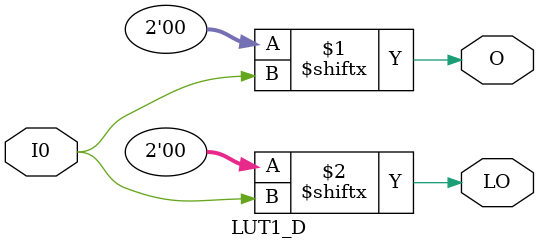
<source format=v>
/*

FUNCTION	: 2-inputs LUT

*/

`celldefine
`timescale  100 ps / 10 ps

module LUT1_D (LO, O, I0);

    parameter INIT = 2'h0;

    input I0;

    output LO, O;

    wire out;

	assign O = INIT[I0];
	assign LO = INIT[I0];

endmodule

</source>
